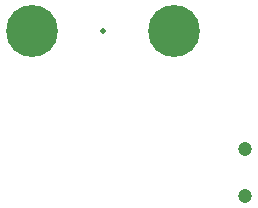
<source format=gbs>
%TF.GenerationSoftware,KiCad,Pcbnew,7.99.0-1.20230926git54171ec.fc37*%
%TF.CreationDate,2023-10-10T16:21:44+01:00*%
%TF.ProjectId,bugg-mic-r5,62756767-2d6d-4696-932d-72352e6b6963,rev?*%
%TF.SameCoordinates,Original*%
%TF.FileFunction,Soldermask,Bot*%
%TF.FilePolarity,Negative*%
%FSLAX46Y46*%
G04 Gerber Fmt 4.6, Leading zero omitted, Abs format (unit mm)*
G04 Created by KiCad (PCBNEW 7.99.0-1.20230926git54171ec.fc37) date 2023-10-10 16:21:44*
%MOMM*%
%LPD*%
G01*
G04 APERTURE LIST*
%ADD10C,4.400000*%
%ADD11C,1.200000*%
%ADD12C,0.500000*%
G04 APERTURE END LIST*
D10*
%TO.C,SP302*%
X6000000Y0D03*
%TD*%
D11*
%TO.C,J301*%
X12000000Y-10000000D03*
X12000000Y-14000000D03*
%TD*%
D10*
%TO.C,SP301*%
X-6000000Y0D03*
%TD*%
D12*
%TO.C,MIC301*%
X0Y0D03*
%TD*%
M02*

</source>
